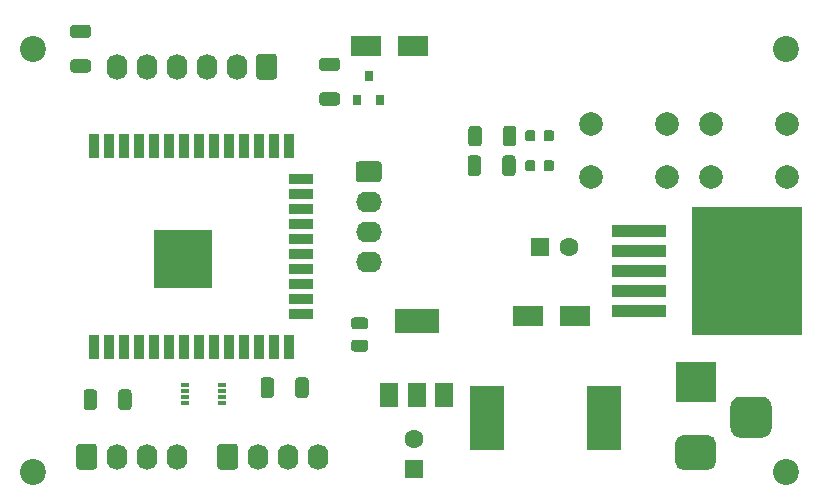
<source format=gbr>
%TF.GenerationSoftware,KiCad,Pcbnew,5.1.9+dfsg1-1*%
%TF.CreationDate,2021-12-22T14:02:19+01:00*%
%TF.ProjectId,lidar_board,6c696461-725f-4626-9f61-72642e6b6963,rev?*%
%TF.SameCoordinates,Original*%
%TF.FileFunction,Soldermask,Top*%
%TF.FilePolarity,Negative*%
%FSLAX46Y46*%
G04 Gerber Fmt 4.6, Leading zero omitted, Abs format (unit mm)*
G04 Created by KiCad (PCBNEW 5.1.9+dfsg1-1) date 2021-12-22 14:02:19*
%MOMM*%
%LPD*%
G01*
G04 APERTURE LIST*
%ADD10C,2.200000*%
%ADD11C,1.600000*%
%ADD12R,1.600000X1.600000*%
%ADD13R,2.500000X1.800000*%
%ADD14R,3.500000X3.500000*%
%ADD15O,2.190000X1.740000*%
%ADD16O,1.740000X2.190000*%
%ADD17R,2.900000X5.400000*%
%ADD18R,0.800000X0.900000*%
%ADD19C,2.000000*%
%ADD20R,4.600000X1.100000*%
%ADD21R,9.400000X10.800000*%
%ADD22R,0.800000X0.300000*%
%ADD23R,3.800000X2.000000*%
%ADD24R,1.500000X2.000000*%
%ADD25R,5.000000X5.000000*%
%ADD26R,0.900000X2.000000*%
%ADD27R,2.000000X0.900000*%
G04 APERTURE END LIST*
D10*
%TO.C,REF\u002A\u002A*%
X135128000Y-77978000D03*
%TD*%
%TO.C,REF\u002A\u002A*%
X198882000Y-77978000D03*
%TD*%
%TO.C,REF\u002A\u002A*%
X135128000Y-113792000D03*
%TD*%
%TO.C,REF\u002A\u002A*%
X198882000Y-113792000D03*
%TD*%
D11*
%TO.C,C1*%
X167386000Y-111038000D03*
D12*
X167386000Y-113538000D03*
%TD*%
%TO.C,C2*%
X178054000Y-94742000D03*
D11*
X180554000Y-94742000D03*
%TD*%
%TO.C,C3*%
G36*
G01*
X162339000Y-100724000D02*
X163289000Y-100724000D01*
G75*
G02*
X163539000Y-100974000I0J-250000D01*
G01*
X163539000Y-101474000D01*
G75*
G02*
X163289000Y-101724000I-250000J0D01*
G01*
X162339000Y-101724000D01*
G75*
G02*
X162089000Y-101474000I0J250000D01*
G01*
X162089000Y-100974000D01*
G75*
G02*
X162339000Y-100724000I250000J0D01*
G01*
G37*
G36*
G01*
X162339000Y-102624000D02*
X163289000Y-102624000D01*
G75*
G02*
X163539000Y-102874000I0J-250000D01*
G01*
X163539000Y-103374000D01*
G75*
G02*
X163289000Y-103624000I-250000J0D01*
G01*
X162339000Y-103624000D01*
G75*
G02*
X162089000Y-103374000I0J250000D01*
G01*
X162089000Y-102874000D01*
G75*
G02*
X162339000Y-102624000I250000J0D01*
G01*
G37*
%TD*%
D13*
%TO.C,D1*%
X181070000Y-100584000D03*
X177070000Y-100584000D03*
%TD*%
%TO.C,Power*%
G36*
G01*
X177704000Y-87627750D02*
X177704000Y-88140250D01*
G75*
G02*
X177485250Y-88359000I-218750J0D01*
G01*
X177047750Y-88359000D01*
G75*
G02*
X176829000Y-88140250I0J218750D01*
G01*
X176829000Y-87627750D01*
G75*
G02*
X177047750Y-87409000I218750J0D01*
G01*
X177485250Y-87409000D01*
G75*
G02*
X177704000Y-87627750I0J-218750D01*
G01*
G37*
G36*
G01*
X179279000Y-87627750D02*
X179279000Y-88140250D01*
G75*
G02*
X179060250Y-88359000I-218750J0D01*
G01*
X178622750Y-88359000D01*
G75*
G02*
X178404000Y-88140250I0J218750D01*
G01*
X178404000Y-87627750D01*
G75*
G02*
X178622750Y-87409000I218750J0D01*
G01*
X179060250Y-87409000D01*
G75*
G02*
X179279000Y-87627750I0J-218750D01*
G01*
G37*
%TD*%
%TO.C,Status*%
G36*
G01*
X179279000Y-85087750D02*
X179279000Y-85600250D01*
G75*
G02*
X179060250Y-85819000I-218750J0D01*
G01*
X178622750Y-85819000D01*
G75*
G02*
X178404000Y-85600250I0J218750D01*
G01*
X178404000Y-85087750D01*
G75*
G02*
X178622750Y-84869000I218750J0D01*
G01*
X179060250Y-84869000D01*
G75*
G02*
X179279000Y-85087750I0J-218750D01*
G01*
G37*
G36*
G01*
X177704000Y-85087750D02*
X177704000Y-85600250D01*
G75*
G02*
X177485250Y-85819000I-218750J0D01*
G01*
X177047750Y-85819000D01*
G75*
G02*
X176829000Y-85600250I0J218750D01*
G01*
X176829000Y-85087750D01*
G75*
G02*
X177047750Y-84869000I218750J0D01*
G01*
X177485250Y-84869000D01*
G75*
G02*
X177704000Y-85087750I0J-218750D01*
G01*
G37*
%TD*%
%TO.C,D4*%
X167354000Y-77724000D03*
X163354000Y-77724000D03*
%TD*%
D14*
%TO.C,J1*%
X191262000Y-106172000D03*
G36*
G01*
X192262000Y-113672000D02*
X190262000Y-113672000D01*
G75*
G02*
X189512000Y-112922000I0J750000D01*
G01*
X189512000Y-111422000D01*
G75*
G02*
X190262000Y-110672000I750000J0D01*
G01*
X192262000Y-110672000D01*
G75*
G02*
X193012000Y-111422000I0J-750000D01*
G01*
X193012000Y-112922000D01*
G75*
G02*
X192262000Y-113672000I-750000J0D01*
G01*
G37*
G36*
G01*
X196837000Y-110922000D02*
X195087000Y-110922000D01*
G75*
G02*
X194212000Y-110047000I0J875000D01*
G01*
X194212000Y-108297000D01*
G75*
G02*
X195087000Y-107422000I875000J0D01*
G01*
X196837000Y-107422000D01*
G75*
G02*
X197712000Y-108297000I0J-875000D01*
G01*
X197712000Y-110047000D01*
G75*
G02*
X196837000Y-110922000I-875000J0D01*
G01*
G37*
%TD*%
D15*
%TO.C,UART*%
X163576000Y-96012000D03*
X163576000Y-93472000D03*
X163576000Y-90932000D03*
G36*
G01*
X162730999Y-87522000D02*
X164421001Y-87522000D01*
G75*
G02*
X164671000Y-87771999I0J-249999D01*
G01*
X164671000Y-89012001D01*
G75*
G02*
X164421001Y-89262000I-249999J0D01*
G01*
X162730999Y-89262000D01*
G75*
G02*
X162481000Y-89012001I0J249999D01*
G01*
X162481000Y-87771999D01*
G75*
G02*
X162730999Y-87522000I249999J0D01*
G01*
G37*
%TD*%
%TO.C,I2C*%
G36*
G01*
X150768000Y-113367001D02*
X150768000Y-111676999D01*
G75*
G02*
X151017999Y-111427000I249999J0D01*
G01*
X152258001Y-111427000D01*
G75*
G02*
X152508000Y-111676999I0J-249999D01*
G01*
X152508000Y-113367001D01*
G75*
G02*
X152258001Y-113617000I-249999J0D01*
G01*
X151017999Y-113617000D01*
G75*
G02*
X150768000Y-113367001I0J249999D01*
G01*
G37*
D16*
X154178000Y-112522000D03*
X156718000Y-112522000D03*
X159258000Y-112522000D03*
%TD*%
%TO.C,I2C*%
G36*
G01*
X138830000Y-113367001D02*
X138830000Y-111676999D01*
G75*
G02*
X139079999Y-111427000I249999J0D01*
G01*
X140320001Y-111427000D01*
G75*
G02*
X140570000Y-111676999I0J-249999D01*
G01*
X140570000Y-113367001D01*
G75*
G02*
X140320001Y-113617000I-249999J0D01*
G01*
X139079999Y-113617000D01*
G75*
G02*
X138830000Y-113367001I0J249999D01*
G01*
G37*
X142240000Y-112522000D03*
X144780000Y-112522000D03*
X147320000Y-112522000D03*
%TD*%
D17*
%TO.C,L1*%
X173612000Y-109220000D03*
X183512000Y-109220000D03*
%TD*%
D18*
%TO.C,Q1*%
X162626000Y-82280000D03*
X164526000Y-82280000D03*
X163576000Y-80280000D03*
%TD*%
%TO.C,R1*%
G36*
G01*
X158489000Y-106054998D02*
X158489000Y-107305002D01*
G75*
G02*
X158239002Y-107555000I-249998J0D01*
G01*
X157613998Y-107555000D01*
G75*
G02*
X157364000Y-107305002I0J249998D01*
G01*
X157364000Y-106054998D01*
G75*
G02*
X157613998Y-105805000I249998J0D01*
G01*
X158239002Y-105805000D01*
G75*
G02*
X158489000Y-106054998I0J-249998D01*
G01*
G37*
G36*
G01*
X155564000Y-106054998D02*
X155564000Y-107305002D01*
G75*
G02*
X155314002Y-107555000I-249998J0D01*
G01*
X154688998Y-107555000D01*
G75*
G02*
X154439000Y-107305002I0J249998D01*
G01*
X154439000Y-106054998D01*
G75*
G02*
X154688998Y-105805000I249998J0D01*
G01*
X155314002Y-105805000D01*
G75*
G02*
X155564000Y-106054998I0J-249998D01*
G01*
G37*
%TD*%
%TO.C,R2*%
G36*
G01*
X174890000Y-88509002D02*
X174890000Y-87258998D01*
G75*
G02*
X175139998Y-87009000I249998J0D01*
G01*
X175765002Y-87009000D01*
G75*
G02*
X176015000Y-87258998I0J-249998D01*
G01*
X176015000Y-88509002D01*
G75*
G02*
X175765002Y-88759000I-249998J0D01*
G01*
X175139998Y-88759000D01*
G75*
G02*
X174890000Y-88509002I0J249998D01*
G01*
G37*
G36*
G01*
X171965000Y-88509002D02*
X171965000Y-87258998D01*
G75*
G02*
X172214998Y-87009000I249998J0D01*
G01*
X172840002Y-87009000D01*
G75*
G02*
X173090000Y-87258998I0J-249998D01*
G01*
X173090000Y-88509002D01*
G75*
G02*
X172840002Y-88759000I-249998J0D01*
G01*
X172214998Y-88759000D01*
G75*
G02*
X171965000Y-88509002I0J249998D01*
G01*
G37*
%TD*%
%TO.C,R3*%
G36*
G01*
X142378000Y-108321002D02*
X142378000Y-107070998D01*
G75*
G02*
X142627998Y-106821000I249998J0D01*
G01*
X143253002Y-106821000D01*
G75*
G02*
X143503000Y-107070998I0J-249998D01*
G01*
X143503000Y-108321002D01*
G75*
G02*
X143253002Y-108571000I-249998J0D01*
G01*
X142627998Y-108571000D01*
G75*
G02*
X142378000Y-108321002I0J249998D01*
G01*
G37*
G36*
G01*
X139453000Y-108321002D02*
X139453000Y-107070998D01*
G75*
G02*
X139702998Y-106821000I249998J0D01*
G01*
X140328002Y-106821000D01*
G75*
G02*
X140578000Y-107070998I0J-249998D01*
G01*
X140578000Y-108321002D01*
G75*
G02*
X140328002Y-108571000I-249998J0D01*
G01*
X139702998Y-108571000D01*
G75*
G02*
X139453000Y-108321002I0J249998D01*
G01*
G37*
%TD*%
%TO.C,R4*%
G36*
G01*
X172033001Y-86000003D02*
X172033001Y-84749999D01*
G75*
G02*
X172282999Y-84500001I249998J0D01*
G01*
X172908003Y-84500001D01*
G75*
G02*
X173158001Y-84749999I0J-249998D01*
G01*
X173158001Y-86000003D01*
G75*
G02*
X172908003Y-86250001I-249998J0D01*
G01*
X172282999Y-86250001D01*
G75*
G02*
X172033001Y-86000003I0J249998D01*
G01*
G37*
G36*
G01*
X174958001Y-86000003D02*
X174958001Y-84749999D01*
G75*
G02*
X175207999Y-84500001I249998J0D01*
G01*
X175833003Y-84500001D01*
G75*
G02*
X176083001Y-84749999I0J-249998D01*
G01*
X176083001Y-86000003D01*
G75*
G02*
X175833003Y-86250001I-249998J0D01*
G01*
X175207999Y-86250001D01*
G75*
G02*
X174958001Y-86000003I0J249998D01*
G01*
G37*
%TD*%
%TO.C,R5*%
G36*
G01*
X159648998Y-78747000D02*
X160899002Y-78747000D01*
G75*
G02*
X161149000Y-78996998I0J-249998D01*
G01*
X161149000Y-79622002D01*
G75*
G02*
X160899002Y-79872000I-249998J0D01*
G01*
X159648998Y-79872000D01*
G75*
G02*
X159399000Y-79622002I0J249998D01*
G01*
X159399000Y-78996998D01*
G75*
G02*
X159648998Y-78747000I249998J0D01*
G01*
G37*
G36*
G01*
X159648998Y-81672000D02*
X160899002Y-81672000D01*
G75*
G02*
X161149000Y-81921998I0J-249998D01*
G01*
X161149000Y-82547002D01*
G75*
G02*
X160899002Y-82797000I-249998J0D01*
G01*
X159648998Y-82797000D01*
G75*
G02*
X159399000Y-82547002I0J249998D01*
G01*
X159399000Y-81921998D01*
G75*
G02*
X159648998Y-81672000I249998J0D01*
G01*
G37*
%TD*%
D19*
%TO.C,Reset*%
X188872000Y-84328000D03*
X188872000Y-88828000D03*
X182372000Y-84328000D03*
X182372000Y-88828000D03*
%TD*%
%TO.C,Boot*%
X192532000Y-88828000D03*
X192532000Y-84328000D03*
X199032000Y-88828000D03*
X199032000Y-84328000D03*
%TD*%
D20*
%TO.C,U1*%
X186503000Y-93374000D03*
X186503000Y-95074000D03*
X186503000Y-96774000D03*
X186503000Y-98474000D03*
X186503000Y-100174000D03*
D21*
X195653000Y-96774000D03*
%TD*%
D22*
%TO.C,U2*%
X148056000Y-106438000D03*
X148056000Y-106938000D03*
X148056000Y-107438000D03*
X148056000Y-107938000D03*
X151156000Y-107938000D03*
X151156000Y-107438000D03*
X151156000Y-106938000D03*
X151156000Y-106438000D03*
%TD*%
D23*
%TO.C,U3*%
X167640000Y-100990000D03*
D24*
X167640000Y-107290000D03*
X169940000Y-107290000D03*
X165340000Y-107290000D03*
%TD*%
D25*
%TO.C,U4*%
X147835000Y-95742000D03*
D26*
X140335000Y-103242000D03*
X141605000Y-103242000D03*
X142875000Y-103242000D03*
X144145000Y-103242000D03*
X145415000Y-103242000D03*
X146685000Y-103242000D03*
X147955000Y-103242000D03*
X149225000Y-103242000D03*
X150495000Y-103242000D03*
X151765000Y-103242000D03*
X153035000Y-103242000D03*
X154305000Y-103242000D03*
X155575000Y-103242000D03*
X156845000Y-103242000D03*
D27*
X157845000Y-100457000D03*
X157845000Y-99187000D03*
X157845000Y-97917000D03*
X157845000Y-96647000D03*
X157845000Y-95377000D03*
X157845000Y-94107000D03*
X157845000Y-92837000D03*
X157845000Y-91567000D03*
X157845000Y-90297000D03*
X157845000Y-89027000D03*
D26*
X156845000Y-86242000D03*
X155575000Y-86242000D03*
X154305000Y-86242000D03*
X153035000Y-86242000D03*
X151765000Y-86242000D03*
X150495000Y-86242000D03*
X149225000Y-86242000D03*
X147955000Y-86242000D03*
X146685000Y-86242000D03*
X145415000Y-86242000D03*
X144145000Y-86242000D03*
X142875000Y-86242000D03*
X141605000Y-86242000D03*
X140335000Y-86242000D03*
%TD*%
%TO.C,Lidar*%
G36*
G01*
X155810000Y-78656999D02*
X155810000Y-80347001D01*
G75*
G02*
X155560001Y-80597000I-249999J0D01*
G01*
X154319999Y-80597000D01*
G75*
G02*
X154070000Y-80347001I0J249999D01*
G01*
X154070000Y-78656999D01*
G75*
G02*
X154319999Y-78407000I249999J0D01*
G01*
X155560001Y-78407000D01*
G75*
G02*
X155810000Y-78656999I0J-249999D01*
G01*
G37*
D16*
X152400000Y-79502000D03*
X149860000Y-79502000D03*
X147320000Y-79502000D03*
X144780000Y-79502000D03*
X142240000Y-79502000D03*
%TD*%
%TO.C,R6*%
G36*
G01*
X138566999Y-75953000D02*
X139817001Y-75953000D01*
G75*
G02*
X140067000Y-76202999I0J-249999D01*
G01*
X140067000Y-76828001D01*
G75*
G02*
X139817001Y-77078000I-249999J0D01*
G01*
X138566999Y-77078000D01*
G75*
G02*
X138317000Y-76828001I0J249999D01*
G01*
X138317000Y-76202999D01*
G75*
G02*
X138566999Y-75953000I249999J0D01*
G01*
G37*
G36*
G01*
X138566999Y-78878000D02*
X139817001Y-78878000D01*
G75*
G02*
X140067000Y-79127999I0J-249999D01*
G01*
X140067000Y-79753001D01*
G75*
G02*
X139817001Y-80003000I-249999J0D01*
G01*
X138566999Y-80003000D01*
G75*
G02*
X138317000Y-79753001I0J249999D01*
G01*
X138317000Y-79127999D01*
G75*
G02*
X138566999Y-78878000I249999J0D01*
G01*
G37*
%TD*%
M02*

</source>
